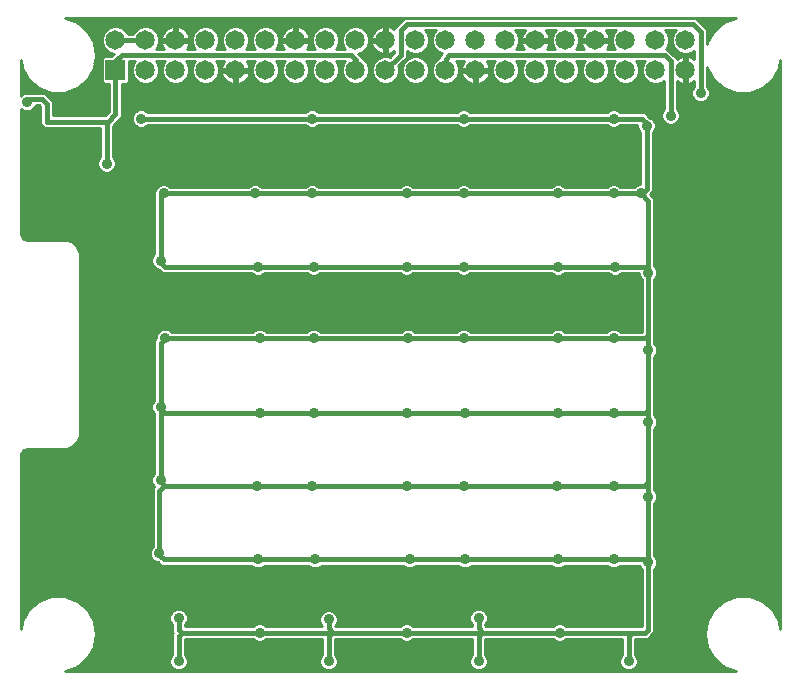
<source format=gbl>
G75*
%MOIN*%
%OFA0B0*%
%FSLAX24Y24*%
%IPPOS*%
%LPD*%
%AMOC8*
5,1,8,0,0,1.08239X$1,22.5*
%
%ADD10C,0.0650*%
%ADD11R,0.0650X0.0650*%
%ADD12C,0.0100*%
%ADD13C,0.0350*%
%ADD14C,0.0160*%
D10*
X004765Y020319D03*
X005765Y020319D03*
X006765Y020319D03*
X007765Y020319D03*
X008765Y020319D03*
X009765Y020319D03*
X010765Y020319D03*
X011765Y020319D03*
X012765Y020319D03*
X013765Y020319D03*
X014765Y020319D03*
X015765Y020319D03*
X016765Y020319D03*
X017765Y020319D03*
X018765Y020319D03*
X019765Y020319D03*
X020765Y020319D03*
X021765Y020319D03*
X022765Y020319D03*
X022765Y021319D03*
X021765Y021319D03*
X020765Y021319D03*
X019765Y021319D03*
X018765Y021319D03*
X017765Y021319D03*
X016765Y021319D03*
X015765Y021319D03*
X014765Y021319D03*
X013765Y021319D03*
X012765Y021319D03*
X011765Y021319D03*
X010765Y021319D03*
X009765Y021319D03*
X008765Y021319D03*
X007765Y021319D03*
X006765Y021319D03*
X005765Y021319D03*
X004765Y021319D03*
X003765Y021319D03*
D11*
X003765Y020319D03*
D12*
X000605Y007433D02*
X000605Y001684D01*
X000654Y001962D01*
X000875Y002345D01*
X001213Y002628D01*
X001627Y002779D01*
X002069Y002779D01*
X002483Y002628D01*
X002821Y002345D01*
X003042Y001962D01*
X003118Y001528D01*
X003042Y001093D01*
X002821Y000711D01*
X002483Y000428D01*
X002091Y000285D01*
X024439Y000285D01*
X024047Y000428D01*
X023709Y000711D01*
X023489Y001093D01*
X023412Y001528D01*
X023489Y001962D01*
X023709Y002345D01*
X024047Y002628D01*
X024462Y002779D01*
X024903Y002779D01*
X025318Y002628D01*
X025656Y002345D01*
X025876Y001962D01*
X025926Y001684D01*
X025926Y020663D01*
X025876Y020385D01*
X025656Y020003D01*
X025318Y019719D01*
X024903Y019568D01*
X024462Y019568D01*
X024047Y019719D01*
X023709Y020003D01*
X023489Y020385D01*
X023480Y020434D01*
X023480Y019771D01*
X023529Y019723D01*
X023575Y019611D01*
X023575Y019489D01*
X023529Y019377D01*
X023443Y019291D01*
X023331Y019245D01*
X023209Y019245D01*
X023097Y019291D01*
X023011Y019377D01*
X022965Y019489D01*
X022965Y019611D01*
X023011Y019723D01*
X023060Y019771D01*
X023060Y019946D01*
X023014Y019913D01*
X022948Y019879D01*
X022877Y019856D01*
X022815Y019846D01*
X022815Y020269D01*
X022715Y020269D01*
X022715Y019846D01*
X022654Y019856D01*
X022583Y019879D01*
X022516Y019913D01*
X022480Y019939D01*
X022480Y019021D01*
X022529Y018973D01*
X022575Y018861D01*
X022575Y018739D01*
X022529Y018627D01*
X022443Y018541D01*
X022331Y018495D01*
X022209Y018495D01*
X022097Y018541D01*
X022011Y018627D01*
X021965Y018739D01*
X021965Y018861D01*
X022011Y018973D01*
X022060Y019021D01*
X022060Y019971D01*
X022023Y019934D01*
X021856Y019864D01*
X021675Y019864D01*
X021508Y019934D01*
X021380Y020062D01*
X021310Y020229D01*
X021310Y020410D01*
X021380Y020577D01*
X021413Y020610D01*
X021118Y020610D01*
X021151Y020577D01*
X021220Y020410D01*
X021220Y020229D01*
X021151Y020062D01*
X021023Y019934D01*
X020856Y019864D01*
X020675Y019864D01*
X020508Y019934D01*
X020380Y020062D01*
X020310Y020229D01*
X020310Y020410D01*
X020380Y020577D01*
X020413Y020610D01*
X020118Y020610D01*
X020151Y020577D01*
X020220Y020410D01*
X020220Y020229D01*
X020151Y020062D01*
X020023Y019934D01*
X019856Y019864D01*
X019675Y019864D01*
X019508Y019934D01*
X019380Y020062D01*
X019310Y020229D01*
X019310Y020410D01*
X019380Y020577D01*
X019413Y020610D01*
X019118Y020610D01*
X019151Y020577D01*
X019220Y020410D01*
X019220Y020229D01*
X019151Y020062D01*
X019023Y019934D01*
X018856Y019864D01*
X018675Y019864D01*
X018508Y019934D01*
X018380Y020062D01*
X018310Y020229D01*
X018310Y020410D01*
X018380Y020577D01*
X018413Y020610D01*
X018118Y020610D01*
X018151Y020577D01*
X018220Y020410D01*
X018220Y020229D01*
X018151Y020062D01*
X018023Y019934D01*
X017856Y019864D01*
X017675Y019864D01*
X017508Y019934D01*
X017380Y020062D01*
X017310Y020229D01*
X017310Y020410D01*
X017380Y020577D01*
X017413Y020610D01*
X017118Y020610D01*
X017151Y020577D01*
X017220Y020410D01*
X017220Y020229D01*
X017151Y020062D01*
X017023Y019934D01*
X016856Y019864D01*
X016675Y019864D01*
X016508Y019934D01*
X016380Y020062D01*
X016310Y020229D01*
X016310Y020410D01*
X016380Y020577D01*
X016413Y020610D01*
X016141Y020610D01*
X016172Y020568D01*
X016205Y020502D01*
X016229Y020431D01*
X016238Y020369D01*
X015815Y020369D01*
X015815Y020269D01*
X015815Y019846D01*
X015877Y019856D01*
X015948Y019879D01*
X016014Y019913D01*
X016075Y019957D01*
X016128Y020010D01*
X016172Y020070D01*
X016205Y020137D01*
X016229Y020208D01*
X016238Y020269D01*
X015815Y020269D01*
X015715Y020269D01*
X015715Y019846D01*
X015654Y019856D01*
X015583Y019879D01*
X015516Y019913D01*
X015456Y019957D01*
X015403Y020010D01*
X015359Y020070D01*
X015325Y020137D01*
X015302Y020208D01*
X015292Y020269D01*
X015715Y020269D01*
X015715Y020369D01*
X015292Y020369D01*
X015302Y020431D01*
X015325Y020502D01*
X015359Y020568D01*
X015389Y020610D01*
X015118Y020610D01*
X015151Y020577D01*
X015220Y020410D01*
X015220Y020229D01*
X015151Y020062D01*
X015023Y019934D01*
X014856Y019864D01*
X014675Y019864D01*
X014508Y019934D01*
X014380Y020062D01*
X014310Y020229D01*
X014310Y020410D01*
X014380Y020577D01*
X014508Y020705D01*
X014557Y020725D01*
X014553Y020768D01*
X014560Y020776D01*
X014560Y020787D01*
X014615Y020842D01*
X014644Y020877D01*
X014508Y020934D01*
X014023Y020934D01*
X014151Y021062D01*
X014220Y021229D01*
X014310Y021229D01*
X014380Y021062D01*
X014508Y020934D01*
X014409Y021032D02*
X014122Y021032D01*
X014180Y021131D02*
X014351Y021131D01*
X014310Y021229D02*
X014310Y021410D01*
X014380Y021577D01*
X014443Y021640D01*
X014088Y021640D01*
X014151Y021577D01*
X014220Y021410D01*
X014220Y021229D01*
X014220Y021328D02*
X014310Y021328D01*
X014317Y021426D02*
X014214Y021426D01*
X014173Y021525D02*
X014358Y021525D01*
X014426Y021623D02*
X014105Y021623D01*
X013383Y022060D02*
X013260Y021937D01*
X013060Y021737D01*
X013060Y021692D01*
X013014Y021726D01*
X012948Y021759D01*
X012877Y021783D01*
X012815Y021792D01*
X012815Y021369D01*
X012715Y021369D01*
X012715Y021269D01*
X012815Y021269D01*
X012815Y020846D01*
X012877Y020856D01*
X012948Y020879D01*
X013014Y020913D01*
X013060Y020946D01*
X013060Y020911D01*
X012904Y020755D01*
X012856Y020774D01*
X012675Y020774D01*
X012508Y020705D01*
X012380Y020577D01*
X012310Y020410D01*
X012310Y020229D01*
X012380Y020062D01*
X012508Y019934D01*
X012675Y019864D01*
X012856Y019864D01*
X013023Y019934D01*
X013151Y020062D01*
X013220Y020229D01*
X013220Y020410D01*
X013201Y020458D01*
X013357Y020614D01*
X013480Y020737D01*
X013480Y020961D01*
X013508Y020934D01*
X013480Y020934D01*
X013508Y020934D02*
X013675Y020864D01*
X013856Y020864D01*
X014023Y020934D01*
X013947Y020737D02*
X014556Y020737D01*
X014608Y020835D02*
X013480Y020835D01*
X013480Y020737D02*
X013584Y020737D01*
X013508Y020705D02*
X013380Y020577D01*
X013310Y020410D01*
X013310Y020229D01*
X013380Y020062D01*
X013508Y019934D01*
X013675Y019864D01*
X013856Y019864D01*
X014023Y019934D01*
X014151Y020062D01*
X014220Y020229D01*
X014220Y020410D01*
X014151Y020577D01*
X014023Y020705D01*
X013856Y020774D01*
X013675Y020774D01*
X013508Y020705D01*
X013441Y020638D02*
X013381Y020638D01*
X013364Y020540D02*
X013283Y020540D01*
X013323Y020441D02*
X013207Y020441D01*
X013220Y020343D02*
X013310Y020343D01*
X013310Y020244D02*
X013220Y020244D01*
X013186Y020146D02*
X013345Y020146D01*
X013394Y020047D02*
X013137Y020047D01*
X013038Y019949D02*
X013493Y019949D01*
X014038Y019949D02*
X014493Y019949D01*
X014394Y020047D02*
X014137Y020047D01*
X014186Y020146D02*
X014345Y020146D01*
X014310Y020244D02*
X014220Y020244D01*
X014220Y020343D02*
X014310Y020343D01*
X014323Y020441D02*
X014207Y020441D01*
X014167Y020540D02*
X014364Y020540D01*
X014441Y020638D02*
X014090Y020638D01*
X013060Y020934D02*
X013042Y020934D01*
X012984Y020835D02*
X011902Y020835D01*
X011868Y020869D02*
X012023Y020934D01*
X012151Y021062D01*
X012220Y021229D01*
X012299Y021229D01*
X012302Y021208D02*
X012325Y021137D01*
X012359Y021070D01*
X012403Y021010D01*
X012456Y020957D01*
X012516Y020913D01*
X012583Y020879D01*
X012654Y020856D01*
X012715Y020846D01*
X012715Y021269D01*
X012292Y021269D01*
X012302Y021208D01*
X012328Y021131D02*
X012180Y021131D01*
X012220Y021229D02*
X012220Y021410D01*
X012151Y021577D01*
X012023Y021705D01*
X011856Y021774D01*
X011675Y021774D01*
X011508Y021705D01*
X011380Y021577D01*
X011310Y021410D01*
X011310Y021229D01*
X011220Y021229D01*
X011220Y021410D01*
X011151Y021577D01*
X011023Y021705D01*
X010856Y021774D01*
X010675Y021774D01*
X010508Y021705D01*
X010380Y021577D01*
X010310Y021410D01*
X010310Y021229D01*
X010232Y021229D01*
X010229Y021208D02*
X010238Y021269D01*
X009815Y021269D01*
X009815Y021369D01*
X009715Y021369D01*
X009715Y021269D01*
X009292Y021269D01*
X009302Y021208D01*
X009325Y021137D01*
X009359Y021070D01*
X009388Y021030D01*
X009119Y021030D01*
X009151Y021062D01*
X009220Y021229D01*
X009299Y021229D01*
X009220Y021229D02*
X009220Y021410D01*
X009151Y021577D01*
X009023Y021705D01*
X008856Y021774D01*
X008675Y021774D01*
X008508Y021705D01*
X008380Y021577D01*
X008310Y021410D01*
X008310Y021229D01*
X008220Y021229D01*
X008220Y021410D01*
X008151Y021577D01*
X008023Y021705D01*
X007856Y021774D01*
X007675Y021774D01*
X007508Y021705D01*
X007380Y021577D01*
X007310Y021410D01*
X007310Y021229D01*
X007220Y021229D01*
X007220Y021410D01*
X007151Y021577D01*
X007023Y021705D01*
X006856Y021774D01*
X006675Y021774D01*
X006508Y021705D01*
X006380Y021577D01*
X006310Y021410D01*
X006310Y021229D01*
X006232Y021229D01*
X006229Y021208D02*
X006238Y021269D01*
X005815Y021269D01*
X005815Y021369D01*
X005715Y021369D01*
X005715Y021269D01*
X005292Y021269D01*
X005302Y021208D01*
X005325Y021137D01*
X005359Y021070D01*
X005388Y021030D01*
X005119Y021030D01*
X005151Y021062D01*
X005220Y021229D01*
X005299Y021229D01*
X005220Y021229D02*
X005220Y021410D01*
X005151Y021577D01*
X005023Y021705D01*
X004856Y021774D01*
X004675Y021774D01*
X004508Y021705D01*
X004380Y021577D01*
X004360Y021529D01*
X004171Y021529D01*
X004151Y021577D01*
X004023Y021705D01*
X003856Y021774D01*
X003675Y021774D01*
X003508Y021705D01*
X003380Y021577D01*
X003310Y021410D01*
X003310Y021229D01*
X003046Y021229D01*
X003042Y021254D02*
X003118Y020819D01*
X003042Y020385D01*
X002821Y020003D01*
X002483Y019719D01*
X002069Y019568D01*
X001627Y019568D01*
X001213Y019719D01*
X000875Y020003D01*
X000654Y020385D01*
X000605Y020663D01*
X000605Y019466D01*
X000647Y019509D01*
X000759Y019555D01*
X000828Y019555D01*
X000833Y019560D01*
X001407Y019560D01*
X001557Y019410D01*
X001680Y019287D01*
X001680Y018810D01*
X003433Y018810D01*
X003555Y018932D01*
X003555Y019864D01*
X003386Y019864D01*
X003310Y019940D01*
X003310Y020698D01*
X003386Y020774D01*
X003627Y020774D01*
X003717Y020864D01*
X003675Y020864D01*
X003508Y020934D01*
X003098Y020934D01*
X003081Y021032D02*
X003409Y021032D01*
X003380Y021062D02*
X003508Y020934D01*
X003380Y021062D02*
X003310Y021229D01*
X003310Y021328D02*
X002999Y021328D01*
X003042Y021254D02*
X002821Y021636D01*
X002483Y021920D01*
X002091Y022062D01*
X024439Y022062D01*
X024047Y021920D01*
X023709Y021636D01*
X023489Y021254D01*
X023480Y021204D01*
X023480Y021687D01*
X023357Y021810D01*
X023107Y022060D01*
X013383Y022060D01*
X013340Y022017D02*
X002215Y022017D01*
X002484Y021919D02*
X013242Y021919D01*
X013143Y021820D02*
X002602Y021820D01*
X002719Y021722D02*
X003547Y021722D01*
X003426Y021623D02*
X002829Y021623D01*
X002885Y021525D02*
X003358Y021525D01*
X003317Y021426D02*
X002942Y021426D01*
X003064Y021131D02*
X003351Y021131D01*
X003116Y020835D02*
X003688Y020835D01*
X003349Y020737D02*
X003104Y020737D01*
X003086Y020638D02*
X003310Y020638D01*
X003310Y020540D02*
X003069Y020540D01*
X003052Y020441D02*
X003310Y020441D01*
X003310Y020343D02*
X003017Y020343D01*
X002961Y020244D02*
X003310Y020244D01*
X003310Y020146D02*
X002904Y020146D01*
X002847Y020047D02*
X003310Y020047D01*
X003310Y019949D02*
X002757Y019949D01*
X002639Y019850D02*
X003555Y019850D01*
X003555Y019752D02*
X002522Y019752D01*
X002302Y019653D02*
X003555Y019653D01*
X003555Y019555D02*
X001412Y019555D01*
X001394Y019653D02*
X000605Y019653D01*
X000605Y019555D02*
X000758Y019555D01*
X000605Y019752D02*
X001174Y019752D01*
X001057Y019850D02*
X000605Y019850D01*
X000605Y019949D02*
X000939Y019949D01*
X000849Y020047D02*
X000605Y020047D01*
X000605Y020146D02*
X000792Y020146D01*
X000735Y020244D02*
X000605Y020244D01*
X000605Y020343D02*
X000678Y020343D01*
X000644Y020441D02*
X000605Y020441D01*
X000605Y020540D02*
X000627Y020540D01*
X000609Y020638D02*
X000605Y020638D01*
X001511Y019456D02*
X003555Y019456D01*
X003555Y019358D02*
X001609Y019358D01*
X001680Y019259D02*
X003555Y019259D01*
X003555Y019161D02*
X001680Y019161D01*
X001680Y019062D02*
X003555Y019062D01*
X003555Y018964D02*
X001680Y018964D01*
X001680Y018865D02*
X003488Y018865D01*
X003787Y018570D02*
X004344Y018570D01*
X004361Y018527D02*
X004315Y018639D01*
X004315Y018761D01*
X004361Y018873D01*
X004447Y018959D01*
X004559Y019005D01*
X004681Y019005D01*
X004793Y018959D01*
X004841Y018910D01*
X010099Y018910D01*
X010147Y018959D01*
X010259Y019005D01*
X010381Y019005D01*
X010493Y018959D01*
X010541Y018910D01*
X015149Y018910D01*
X015197Y018959D01*
X015309Y019005D01*
X015431Y019005D01*
X015543Y018959D01*
X015591Y018910D01*
X020149Y018910D01*
X020197Y018959D01*
X020309Y019005D01*
X020431Y019005D01*
X020543Y018959D01*
X020591Y018910D01*
X021407Y018910D01*
X021530Y018787D01*
X021530Y018787D01*
X021557Y018760D01*
X021584Y018733D01*
X021643Y018709D01*
X021729Y018623D01*
X021775Y018511D01*
X021775Y018389D01*
X021729Y018277D01*
X021680Y018229D01*
X021680Y016273D01*
X021592Y016185D01*
X021730Y016047D01*
X021730Y013791D01*
X021779Y013743D01*
X021825Y013631D01*
X021825Y013509D01*
X021779Y013397D01*
X021730Y013349D01*
X021730Y011201D01*
X021779Y011153D01*
X021825Y011041D01*
X021825Y010919D01*
X021779Y010807D01*
X021730Y010759D01*
X021730Y009061D01*
X021734Y009056D01*
X021730Y008974D01*
X021730Y008811D01*
X021779Y008763D01*
X021825Y008651D01*
X021825Y008529D01*
X021779Y008417D01*
X021730Y008369D01*
X021730Y006321D01*
X021779Y006273D01*
X021825Y006161D01*
X021825Y006039D01*
X021779Y005927D01*
X021730Y005879D01*
X021730Y004131D01*
X021779Y004083D01*
X021825Y003971D01*
X021825Y003849D01*
X021779Y003737D01*
X021730Y003689D01*
X021730Y001583D01*
X021630Y001483D01*
X021630Y001483D01*
X021507Y001360D01*
X021080Y001360D01*
X021080Y000831D01*
X021129Y000783D01*
X021175Y000671D01*
X021175Y000549D01*
X021129Y000437D01*
X021043Y000351D01*
X020931Y000305D01*
X020809Y000305D01*
X020697Y000351D01*
X020611Y000437D01*
X020565Y000549D01*
X020565Y000671D01*
X020611Y000783D01*
X020660Y000831D01*
X020660Y001360D01*
X018791Y001360D01*
X018743Y001311D01*
X018631Y001265D01*
X018509Y001265D01*
X018397Y001311D01*
X018349Y001360D01*
X016080Y001360D01*
X016080Y000831D01*
X016129Y000783D01*
X016175Y000671D01*
X016175Y000549D01*
X016129Y000437D01*
X016043Y000351D01*
X015931Y000305D01*
X015809Y000305D01*
X015697Y000351D01*
X015611Y000437D01*
X015565Y000549D01*
X015565Y000671D01*
X015611Y000783D01*
X015660Y000831D01*
X015660Y001360D01*
X013691Y001360D01*
X013643Y001311D01*
X013531Y001265D01*
X013409Y001265D01*
X013297Y001311D01*
X013249Y001360D01*
X011080Y001360D01*
X011080Y000831D01*
X011129Y000783D01*
X011175Y000671D01*
X011175Y000549D01*
X011129Y000437D01*
X011043Y000351D01*
X010931Y000305D01*
X010809Y000305D01*
X010697Y000351D01*
X010611Y000437D01*
X010565Y000549D01*
X010565Y000671D01*
X010611Y000783D01*
X010660Y000831D01*
X010660Y001360D01*
X008791Y001360D01*
X008743Y001311D01*
X008631Y001265D01*
X008509Y001265D01*
X008397Y001311D01*
X008349Y001360D01*
X006080Y001360D01*
X006080Y000831D01*
X006129Y000783D01*
X006175Y000671D01*
X006175Y000549D01*
X006129Y000437D01*
X006043Y000351D01*
X005931Y000305D01*
X005809Y000305D01*
X005697Y000351D01*
X005611Y000437D01*
X005565Y000549D01*
X005565Y000671D01*
X005611Y000783D01*
X005660Y000831D01*
X005660Y001557D01*
X005673Y001570D01*
X005660Y001583D01*
X005660Y001839D01*
X005611Y001887D01*
X005565Y001999D01*
X005565Y002121D01*
X005611Y002233D01*
X005697Y002319D01*
X005809Y002365D01*
X005931Y002365D01*
X006043Y002319D01*
X006129Y002233D01*
X006175Y002121D01*
X006175Y001999D01*
X006129Y001887D01*
X006080Y001839D01*
X006080Y001780D01*
X008349Y001780D01*
X008397Y001829D01*
X008509Y001875D01*
X008631Y001875D01*
X008743Y001829D01*
X008791Y001780D01*
X010660Y001780D01*
X010660Y001789D01*
X010611Y001837D01*
X010565Y001949D01*
X010565Y002071D01*
X010611Y002183D01*
X010697Y002269D01*
X010809Y002315D01*
X010931Y002315D01*
X011043Y002269D01*
X011129Y002183D01*
X011175Y002071D01*
X011175Y001949D01*
X011129Y001837D01*
X011089Y001798D01*
X011107Y001780D01*
X013249Y001780D01*
X013297Y001829D01*
X013409Y001875D01*
X013531Y001875D01*
X013643Y001829D01*
X013691Y001780D01*
X015660Y001780D01*
X015660Y001839D01*
X015611Y001887D01*
X015565Y001999D01*
X015565Y002121D01*
X015611Y002233D01*
X015697Y002319D01*
X015809Y002365D01*
X015931Y002365D01*
X016043Y002319D01*
X016129Y002233D01*
X016175Y002121D01*
X016175Y001999D01*
X016129Y001887D01*
X016080Y001839D01*
X016080Y001807D01*
X016107Y001780D01*
X018349Y001780D01*
X018397Y001829D01*
X018509Y001875D01*
X018631Y001875D01*
X018743Y001829D01*
X018791Y001780D01*
X021310Y001780D01*
X021310Y003689D01*
X021261Y003737D01*
X021235Y003800D01*
X020591Y003800D01*
X020543Y003751D01*
X020431Y003705D01*
X020309Y003705D01*
X020197Y003751D01*
X020149Y003800D01*
X018741Y003800D01*
X018693Y003751D01*
X018581Y003705D01*
X018459Y003705D01*
X018347Y003751D01*
X018299Y003800D01*
X015641Y003800D01*
X015593Y003751D01*
X015481Y003705D01*
X015359Y003705D01*
X015247Y003751D01*
X015199Y003800D01*
X013791Y003800D01*
X013743Y003751D01*
X013631Y003705D01*
X013509Y003705D01*
X013397Y003751D01*
X013349Y003800D01*
X010641Y003800D01*
X010593Y003751D01*
X010481Y003705D01*
X010359Y003705D01*
X010247Y003751D01*
X010199Y003800D01*
X008741Y003800D01*
X008693Y003751D01*
X008581Y003705D01*
X008459Y003705D01*
X008347Y003751D01*
X008299Y003800D01*
X005283Y003800D01*
X005178Y003905D01*
X005159Y003905D01*
X005047Y003951D01*
X004961Y004037D01*
X004915Y004149D01*
X004915Y004271D01*
X004961Y004383D01*
X005010Y004431D01*
X005010Y006387D01*
X005056Y006433D01*
X005011Y006477D01*
X004965Y006589D01*
X004965Y006711D01*
X005011Y006823D01*
X005060Y006871D01*
X005060Y008859D01*
X005011Y008907D01*
X004965Y009019D01*
X004965Y009141D01*
X005011Y009253D01*
X005060Y009301D01*
X005060Y011317D01*
X005115Y011372D01*
X005115Y011441D01*
X005161Y011553D01*
X005247Y011639D01*
X005359Y011685D01*
X005481Y011685D01*
X005593Y011639D01*
X005641Y011590D01*
X008349Y011590D01*
X008397Y011639D01*
X008509Y011685D01*
X008631Y011685D01*
X008743Y011639D01*
X008791Y011590D01*
X010149Y011590D01*
X010197Y011639D01*
X010309Y011685D01*
X010431Y011685D01*
X010543Y011639D01*
X010591Y011590D01*
X013299Y011590D01*
X013347Y011639D01*
X013459Y011685D01*
X013581Y011685D01*
X013693Y011639D01*
X013741Y011590D01*
X015149Y011590D01*
X015197Y011639D01*
X015309Y011685D01*
X015431Y011685D01*
X015543Y011639D01*
X015591Y011590D01*
X018299Y011590D01*
X018347Y011639D01*
X018459Y011685D01*
X018581Y011685D01*
X018693Y011639D01*
X018741Y011590D01*
X020149Y011590D01*
X020197Y011639D01*
X020309Y011685D01*
X020431Y011685D01*
X020543Y011639D01*
X020591Y011590D01*
X021310Y011590D01*
X021310Y013349D01*
X021261Y013397D01*
X021215Y013509D01*
X021215Y013560D01*
X020641Y013560D01*
X020593Y013511D01*
X020481Y013465D01*
X020359Y013465D01*
X020247Y013511D01*
X020199Y013560D01*
X018741Y013560D01*
X018693Y013511D01*
X018581Y013465D01*
X018459Y013465D01*
X018347Y013511D01*
X018299Y013560D01*
X015591Y013560D01*
X015543Y013511D01*
X015431Y013465D01*
X015309Y013465D01*
X015197Y013511D01*
X015149Y013560D01*
X013691Y013560D01*
X013643Y013511D01*
X013531Y013465D01*
X013409Y013465D01*
X013297Y013511D01*
X013249Y013560D01*
X010591Y013560D01*
X010543Y013511D01*
X010431Y013465D01*
X010309Y013465D01*
X010197Y013511D01*
X010149Y013560D01*
X008741Y013560D01*
X008693Y013511D01*
X008581Y013465D01*
X008459Y013465D01*
X008347Y013511D01*
X008299Y013560D01*
X005333Y013560D01*
X005228Y013665D01*
X005209Y013665D01*
X005097Y013711D01*
X005011Y013797D01*
X004965Y013909D01*
X004965Y014031D01*
X005011Y014143D01*
X005060Y014191D01*
X005060Y016197D01*
X005065Y016202D01*
X005065Y016271D01*
X005111Y016383D01*
X005197Y016469D01*
X005309Y016515D01*
X005431Y016515D01*
X005543Y016469D01*
X005591Y016420D01*
X008199Y016420D01*
X008247Y016469D01*
X008359Y016515D01*
X008481Y016515D01*
X008593Y016469D01*
X008641Y016420D01*
X010099Y016420D01*
X010147Y016469D01*
X010259Y016515D01*
X010381Y016515D01*
X010493Y016469D01*
X010541Y016420D01*
X013249Y016420D01*
X013297Y016469D01*
X013409Y016515D01*
X013531Y016515D01*
X013643Y016469D01*
X013691Y016420D01*
X015149Y016420D01*
X015197Y016469D01*
X015309Y016515D01*
X015431Y016515D01*
X015543Y016469D01*
X015591Y016420D01*
X018299Y016420D01*
X018347Y016469D01*
X018459Y016515D01*
X018581Y016515D01*
X018693Y016469D01*
X018741Y016420D01*
X020149Y016420D01*
X020197Y016469D01*
X020309Y016515D01*
X020431Y016515D01*
X020543Y016469D01*
X020591Y016420D01*
X021049Y016420D01*
X021097Y016469D01*
X021209Y016515D01*
X021260Y016515D01*
X021260Y018229D01*
X021211Y018277D01*
X021165Y018389D01*
X021165Y018490D01*
X020591Y018490D01*
X020543Y018441D01*
X020431Y018395D01*
X020309Y018395D01*
X020197Y018441D01*
X020149Y018490D01*
X015591Y018490D01*
X015543Y018441D01*
X015431Y018395D01*
X015309Y018395D01*
X015197Y018441D01*
X015149Y018490D01*
X010541Y018490D01*
X010493Y018441D01*
X010381Y018395D01*
X010259Y018395D01*
X010147Y018441D01*
X010099Y018490D01*
X004841Y018490D01*
X004793Y018441D01*
X004681Y018395D01*
X004559Y018395D01*
X004447Y018441D01*
X004361Y018527D01*
X004418Y018471D02*
X003688Y018471D01*
X003680Y018463D02*
X003852Y018635D01*
X003975Y018758D01*
X003975Y019864D01*
X004144Y019864D01*
X004220Y019940D01*
X004220Y020610D01*
X004413Y020610D01*
X004380Y020577D01*
X004310Y020410D01*
X004310Y020229D01*
X004380Y020062D01*
X004508Y019934D01*
X004675Y019864D01*
X004856Y019864D01*
X005023Y019934D01*
X005151Y020062D01*
X005220Y020229D01*
X005220Y020410D01*
X005151Y020577D01*
X005118Y020610D01*
X005413Y020610D01*
X005380Y020577D01*
X005310Y020410D01*
X005310Y020229D01*
X005380Y020062D01*
X005508Y019934D01*
X005675Y019864D01*
X005856Y019864D01*
X006023Y019934D01*
X006151Y020062D01*
X006220Y020229D01*
X006220Y020410D01*
X006151Y020577D01*
X006118Y020610D01*
X006413Y020610D01*
X006380Y020577D01*
X006310Y020410D01*
X006310Y020229D01*
X006380Y020062D01*
X006508Y019934D01*
X006675Y019864D01*
X006856Y019864D01*
X007023Y019934D01*
X007151Y020062D01*
X007220Y020229D01*
X007220Y020410D01*
X007151Y020577D01*
X007118Y020610D01*
X007389Y020610D01*
X007359Y020568D01*
X007325Y020502D01*
X007302Y020431D01*
X007292Y020369D01*
X007715Y020369D01*
X007715Y020269D01*
X007815Y020269D01*
X007815Y019846D01*
X007877Y019856D01*
X007948Y019879D01*
X008014Y019913D01*
X008075Y019957D01*
X008128Y020010D01*
X008172Y020070D01*
X008205Y020137D01*
X008229Y020208D01*
X008238Y020269D01*
X007815Y020269D01*
X007815Y020369D01*
X008238Y020369D01*
X008229Y020431D01*
X008205Y020502D01*
X008172Y020568D01*
X008141Y020610D01*
X008413Y020610D01*
X008380Y020577D01*
X008310Y020410D01*
X008310Y020229D01*
X008380Y020062D01*
X008508Y019934D01*
X008675Y019864D01*
X008856Y019864D01*
X009023Y019934D01*
X009151Y020062D01*
X009220Y020229D01*
X009220Y020410D01*
X009151Y020577D01*
X009118Y020610D01*
X009413Y020610D01*
X009380Y020577D01*
X009310Y020410D01*
X009310Y020229D01*
X009380Y020062D01*
X009508Y019934D01*
X009675Y019864D01*
X009856Y019864D01*
X010023Y019934D01*
X010151Y020062D01*
X010220Y020229D01*
X010220Y020410D01*
X010151Y020577D01*
X010118Y020610D01*
X010413Y020610D01*
X010380Y020577D01*
X010310Y020410D01*
X010310Y020229D01*
X010380Y020062D01*
X010508Y019934D01*
X010675Y019864D01*
X010856Y019864D01*
X011023Y019934D01*
X011151Y020062D01*
X011220Y020229D01*
X011220Y020410D01*
X011151Y020577D01*
X011118Y020610D01*
X011413Y020610D01*
X011380Y020577D01*
X011310Y020410D01*
X011310Y020229D01*
X011380Y020062D01*
X011508Y019934D01*
X011675Y019864D01*
X011856Y019864D01*
X012023Y019934D01*
X012151Y020062D01*
X012220Y020229D01*
X012220Y020410D01*
X012151Y020577D01*
X012023Y020705D01*
X011980Y020723D01*
X011980Y020757D01*
X011868Y020869D01*
X012023Y020934D02*
X012488Y020934D01*
X012387Y021032D02*
X012122Y021032D01*
X012220Y021328D02*
X012715Y021328D01*
X012715Y021369D02*
X012292Y021369D01*
X012302Y021431D01*
X012325Y021502D01*
X012359Y021568D01*
X012403Y021629D01*
X012456Y021682D01*
X012516Y021726D01*
X012583Y021759D01*
X012654Y021783D01*
X012715Y021792D01*
X012715Y021369D01*
X012715Y021426D02*
X012815Y021426D01*
X012815Y021525D02*
X012715Y021525D01*
X012715Y021623D02*
X012815Y021623D01*
X012815Y021722D02*
X012715Y021722D01*
X012511Y021722D02*
X011983Y021722D01*
X012105Y021623D02*
X012399Y021623D01*
X012337Y021525D02*
X012173Y021525D01*
X012214Y021426D02*
X012301Y021426D01*
X012715Y021229D02*
X012815Y021229D01*
X012815Y021131D02*
X012715Y021131D01*
X012715Y021032D02*
X012815Y021032D01*
X012815Y020934D02*
X012715Y020934D01*
X012584Y020737D02*
X011980Y020737D01*
X012090Y020638D02*
X012441Y020638D01*
X012364Y020540D02*
X012167Y020540D01*
X012207Y020441D02*
X012323Y020441D01*
X012310Y020343D02*
X012220Y020343D01*
X012220Y020244D02*
X012310Y020244D01*
X012345Y020146D02*
X012186Y020146D01*
X012137Y020047D02*
X012394Y020047D01*
X012493Y019949D02*
X012038Y019949D01*
X011493Y019949D02*
X011038Y019949D01*
X011137Y020047D02*
X011394Y020047D01*
X011345Y020146D02*
X011186Y020146D01*
X011220Y020244D02*
X011310Y020244D01*
X011310Y020343D02*
X011220Y020343D01*
X011207Y020441D02*
X011323Y020441D01*
X011364Y020540D02*
X011167Y020540D01*
X010493Y019949D02*
X010038Y019949D01*
X010137Y020047D02*
X010394Y020047D01*
X010345Y020146D02*
X010186Y020146D01*
X010220Y020244D02*
X010310Y020244D01*
X010310Y020343D02*
X010220Y020343D01*
X010207Y020441D02*
X010323Y020441D01*
X010364Y020540D02*
X010167Y020540D01*
X009493Y019949D02*
X009038Y019949D01*
X009137Y020047D02*
X009394Y020047D01*
X009345Y020146D02*
X009186Y020146D01*
X009220Y020244D02*
X009310Y020244D01*
X009310Y020343D02*
X009220Y020343D01*
X009207Y020441D02*
X009323Y020441D01*
X009364Y020540D02*
X009167Y020540D01*
X008493Y019949D02*
X008063Y019949D01*
X008155Y020047D02*
X008394Y020047D01*
X008345Y020146D02*
X008208Y020146D01*
X008234Y020244D02*
X008310Y020244D01*
X008310Y020343D02*
X007815Y020343D01*
X007815Y020244D02*
X007715Y020244D01*
X007715Y020269D02*
X007715Y019846D01*
X007654Y019856D01*
X007583Y019879D01*
X007516Y019913D01*
X007456Y019957D01*
X007403Y020010D01*
X007359Y020070D01*
X007325Y020137D01*
X007302Y020208D01*
X007292Y020269D01*
X007715Y020269D01*
X007715Y020343D02*
X007220Y020343D01*
X007207Y020441D02*
X007305Y020441D01*
X007344Y020540D02*
X007167Y020540D01*
X007220Y020244D02*
X007296Y020244D01*
X007322Y020146D02*
X007186Y020146D01*
X007137Y020047D02*
X007376Y020047D01*
X007467Y019949D02*
X007038Y019949D01*
X006493Y019949D02*
X006038Y019949D01*
X006137Y020047D02*
X006394Y020047D01*
X006345Y020146D02*
X006186Y020146D01*
X006220Y020244D02*
X006310Y020244D01*
X006310Y020343D02*
X006220Y020343D01*
X006207Y020441D02*
X006323Y020441D01*
X006364Y020540D02*
X006167Y020540D01*
X006142Y021030D02*
X006172Y021070D01*
X006205Y021137D01*
X006229Y021208D01*
X006202Y021131D02*
X006351Y021131D01*
X006380Y021062D02*
X006411Y021030D01*
X006142Y021030D01*
X006144Y021032D02*
X006409Y021032D01*
X006380Y021062D02*
X006310Y021229D01*
X006310Y021328D02*
X005815Y021328D01*
X005815Y021369D02*
X006238Y021369D01*
X006229Y021431D01*
X006205Y021502D01*
X006172Y021568D01*
X006128Y021629D01*
X006075Y021682D01*
X006014Y021726D01*
X005948Y021759D01*
X005877Y021783D01*
X005815Y021792D01*
X005815Y021369D01*
X005815Y021426D02*
X005715Y021426D01*
X005715Y021369D02*
X005715Y021792D01*
X005654Y021783D01*
X005583Y021759D01*
X005516Y021726D01*
X005456Y021682D01*
X005403Y021629D01*
X005359Y021568D01*
X005325Y021502D01*
X005302Y021431D01*
X005292Y021369D01*
X005715Y021369D01*
X005715Y021328D02*
X005220Y021328D01*
X005214Y021426D02*
X005301Y021426D01*
X005337Y021525D02*
X005173Y021525D01*
X005105Y021623D02*
X005399Y021623D01*
X005511Y021722D02*
X004983Y021722D01*
X004547Y021722D02*
X003983Y021722D01*
X004105Y021623D02*
X004426Y021623D01*
X005180Y021131D02*
X005328Y021131D01*
X005387Y021032D02*
X005122Y021032D01*
X005715Y021525D02*
X005815Y021525D01*
X005815Y021623D02*
X005715Y021623D01*
X005715Y021722D02*
X005815Y021722D01*
X006020Y021722D02*
X006547Y021722D01*
X006426Y021623D02*
X006132Y021623D01*
X006194Y021525D02*
X006358Y021525D01*
X006317Y021426D02*
X006229Y021426D01*
X006983Y021722D02*
X007547Y021722D01*
X007426Y021623D02*
X007105Y021623D01*
X007173Y021525D02*
X007358Y021525D01*
X007317Y021426D02*
X007214Y021426D01*
X007220Y021328D02*
X007310Y021328D01*
X007310Y021229D02*
X007380Y021062D01*
X007411Y021030D01*
X007119Y021030D01*
X007151Y021062D01*
X007220Y021229D01*
X007180Y021131D02*
X007351Y021131D01*
X007409Y021032D02*
X007122Y021032D01*
X008119Y021030D02*
X008151Y021062D01*
X008220Y021229D01*
X008310Y021229D02*
X008380Y021062D01*
X008411Y021030D01*
X008119Y021030D01*
X008122Y021032D02*
X008409Y021032D01*
X008351Y021131D02*
X008180Y021131D01*
X008220Y021328D02*
X008310Y021328D01*
X008317Y021426D02*
X008214Y021426D01*
X008173Y021525D02*
X008358Y021525D01*
X008426Y021623D02*
X008105Y021623D01*
X007983Y021722D02*
X008547Y021722D01*
X008983Y021722D02*
X009511Y021722D01*
X009516Y021726D02*
X009456Y021682D01*
X009403Y021629D01*
X009359Y021568D01*
X009325Y021502D01*
X009302Y021431D01*
X009292Y021369D01*
X009715Y021369D01*
X009715Y021792D01*
X009654Y021783D01*
X009583Y021759D01*
X009516Y021726D01*
X009399Y021623D02*
X009105Y021623D01*
X009173Y021525D02*
X009337Y021525D01*
X009301Y021426D02*
X009214Y021426D01*
X009220Y021328D02*
X009715Y021328D01*
X009715Y021426D02*
X009815Y021426D01*
X009815Y021369D02*
X009815Y021792D01*
X009877Y021783D01*
X009948Y021759D01*
X010014Y021726D01*
X010075Y021682D01*
X010128Y021629D01*
X010172Y021568D01*
X010205Y021502D01*
X010229Y021431D01*
X010238Y021369D01*
X009815Y021369D01*
X009815Y021328D02*
X010310Y021328D01*
X010317Y021426D02*
X010229Y021426D01*
X010194Y021525D02*
X010358Y021525D01*
X010426Y021623D02*
X010132Y021623D01*
X010020Y021722D02*
X010547Y021722D01*
X010983Y021722D02*
X011547Y021722D01*
X011426Y021623D02*
X011105Y021623D01*
X011173Y021525D02*
X011358Y021525D01*
X011317Y021426D02*
X011214Y021426D01*
X011220Y021328D02*
X011310Y021328D01*
X011310Y021229D02*
X011380Y021062D01*
X011411Y021030D01*
X011119Y021030D01*
X011151Y021062D01*
X011220Y021229D01*
X011180Y021131D02*
X011351Y021131D01*
X011409Y021032D02*
X011122Y021032D01*
X010411Y021030D02*
X010142Y021030D01*
X010172Y021070D01*
X010205Y021137D01*
X010229Y021208D01*
X010202Y021131D02*
X010351Y021131D01*
X010380Y021062D02*
X010411Y021030D01*
X010409Y021032D02*
X010144Y021032D01*
X010380Y021062D02*
X010310Y021229D01*
X009815Y021525D02*
X009715Y021525D01*
X009715Y021623D02*
X009815Y021623D01*
X009815Y021722D02*
X009715Y021722D01*
X009328Y021131D02*
X009180Y021131D01*
X009122Y021032D02*
X009387Y021032D01*
X008364Y020540D02*
X008186Y020540D01*
X008225Y020441D02*
X008323Y020441D01*
X007815Y020146D02*
X007715Y020146D01*
X007715Y020047D02*
X007815Y020047D01*
X007815Y019949D02*
X007715Y019949D01*
X007715Y019850D02*
X007815Y019850D01*
X007839Y019850D02*
X015692Y019850D01*
X015715Y019850D02*
X015815Y019850D01*
X015839Y019850D02*
X022060Y019850D01*
X022060Y019752D02*
X003975Y019752D01*
X003975Y019850D02*
X007692Y019850D01*
X005493Y019949D02*
X005038Y019949D01*
X005137Y020047D02*
X005394Y020047D01*
X005345Y020146D02*
X005186Y020146D01*
X005220Y020244D02*
X005310Y020244D01*
X005310Y020343D02*
X005220Y020343D01*
X005207Y020441D02*
X005323Y020441D01*
X005364Y020540D02*
X005167Y020540D01*
X004493Y019949D02*
X004220Y019949D01*
X004220Y020047D02*
X004394Y020047D01*
X004345Y020146D02*
X004220Y020146D01*
X004220Y020244D02*
X004310Y020244D01*
X004310Y020343D02*
X004220Y020343D01*
X004220Y020441D02*
X004323Y020441D01*
X004364Y020540D02*
X004220Y020540D01*
X003975Y019653D02*
X022060Y019653D01*
X022060Y019555D02*
X003975Y019555D01*
X003975Y019456D02*
X022060Y019456D01*
X022060Y019358D02*
X003975Y019358D01*
X003975Y019259D02*
X022060Y019259D01*
X022060Y019161D02*
X003975Y019161D01*
X003975Y019062D02*
X022060Y019062D01*
X022008Y018964D02*
X020531Y018964D01*
X020209Y018964D02*
X015531Y018964D01*
X015209Y018964D02*
X010481Y018964D01*
X010159Y018964D02*
X004781Y018964D01*
X004459Y018964D02*
X003975Y018964D01*
X003975Y018865D02*
X004358Y018865D01*
X004317Y018767D02*
X003975Y018767D01*
X003885Y018668D02*
X004315Y018668D01*
X004822Y018471D02*
X010118Y018471D01*
X010522Y018471D02*
X015168Y018471D01*
X015572Y018471D02*
X020168Y018471D01*
X020572Y018471D02*
X021165Y018471D01*
X021172Y018373D02*
X003680Y018373D01*
X003680Y018463D02*
X003680Y017421D01*
X003729Y017373D01*
X003775Y017261D01*
X003775Y017139D01*
X003729Y017027D01*
X003643Y016941D01*
X003531Y016895D01*
X021260Y016895D01*
X021260Y016797D02*
X000605Y016797D01*
X000605Y016895D02*
X003409Y016895D01*
X003531Y016895D01*
X003409Y016895D02*
X003297Y016941D01*
X003211Y017027D01*
X003165Y017139D01*
X003165Y017261D01*
X003211Y017373D01*
X003260Y017421D01*
X003260Y018390D01*
X001383Y018390D01*
X001260Y018513D01*
X001260Y019113D01*
X001233Y019140D01*
X001105Y019140D01*
X001079Y019077D01*
X000993Y018991D01*
X000881Y018945D01*
X000759Y018945D01*
X000647Y018991D01*
X000605Y019034D01*
X000605Y014914D01*
X000610Y014863D01*
X000649Y014770D01*
X000720Y014699D01*
X000813Y014660D01*
X000864Y014655D01*
X002150Y014655D01*
X002344Y014575D01*
X002344Y014575D01*
X002493Y014426D01*
X002493Y014426D01*
X002574Y014232D01*
X002574Y008116D01*
X002493Y007921D01*
X002493Y007921D01*
X002344Y007773D01*
X002344Y007773D01*
X002150Y007692D01*
X000864Y007692D01*
X000813Y007687D01*
X000720Y007649D01*
X000649Y007577D01*
X000610Y007484D01*
X000610Y007484D01*
X000605Y007433D01*
X000606Y007439D02*
X005060Y007439D01*
X005060Y007341D02*
X000605Y007341D01*
X000605Y007242D02*
X005060Y007242D01*
X005060Y007144D02*
X000605Y007144D01*
X000605Y007045D02*
X005060Y007045D01*
X005060Y006947D02*
X000605Y006947D01*
X000605Y006848D02*
X005037Y006848D01*
X004981Y006750D02*
X000605Y006750D01*
X000605Y006651D02*
X004965Y006651D01*
X004980Y006553D02*
X000605Y006553D01*
X000605Y006454D02*
X005035Y006454D01*
X005010Y006356D02*
X000605Y006356D01*
X000605Y006257D02*
X005010Y006257D01*
X005010Y006159D02*
X000605Y006159D01*
X000605Y006060D02*
X005010Y006060D01*
X005010Y005962D02*
X000605Y005962D01*
X000605Y005863D02*
X005010Y005863D01*
X005010Y005765D02*
X000605Y005765D01*
X000605Y005666D02*
X005010Y005666D01*
X005010Y005568D02*
X000605Y005568D01*
X000605Y005469D02*
X005010Y005469D01*
X005010Y005371D02*
X000605Y005371D01*
X000605Y005272D02*
X005010Y005272D01*
X005010Y005174D02*
X000605Y005174D01*
X000605Y005075D02*
X005010Y005075D01*
X005010Y004977D02*
X000605Y004977D01*
X000605Y004878D02*
X005010Y004878D01*
X005010Y004780D02*
X000605Y004780D01*
X000605Y004681D02*
X005010Y004681D01*
X005010Y004583D02*
X000605Y004583D01*
X000605Y004484D02*
X005010Y004484D01*
X004964Y004386D02*
X000605Y004386D01*
X000605Y004287D02*
X004922Y004287D01*
X004915Y004189D02*
X000605Y004189D01*
X000605Y004090D02*
X004940Y004090D01*
X005007Y003992D02*
X000605Y003992D01*
X000605Y003893D02*
X005190Y003893D01*
X005696Y002317D02*
X002837Y002317D01*
X002894Y002219D02*
X005606Y002219D01*
X005565Y002120D02*
X002951Y002120D01*
X003008Y002022D02*
X005565Y002022D01*
X005597Y001923D02*
X003049Y001923D01*
X003066Y001825D02*
X005660Y001825D01*
X005660Y001726D02*
X003084Y001726D01*
X003101Y001628D02*
X005660Y001628D01*
X005660Y001529D02*
X003118Y001529D01*
X003101Y001431D02*
X005660Y001431D01*
X005660Y001332D02*
X003084Y001332D01*
X003067Y001234D02*
X005660Y001234D01*
X005660Y001135D02*
X003049Y001135D01*
X003009Y001037D02*
X005660Y001037D01*
X005660Y000938D02*
X002952Y000938D01*
X002895Y000840D02*
X005660Y000840D01*
X005594Y000741D02*
X002838Y000741D01*
X002739Y000643D02*
X005565Y000643D01*
X005567Y000544D02*
X002622Y000544D01*
X002504Y000446D02*
X005608Y000446D01*
X005708Y000347D02*
X002261Y000347D01*
X000612Y001726D02*
X000605Y001726D01*
X000605Y001825D02*
X000630Y001825D01*
X000647Y001923D02*
X000605Y001923D01*
X000605Y002022D02*
X000688Y002022D01*
X000745Y002120D02*
X000605Y002120D01*
X000605Y002219D02*
X000802Y002219D01*
X000859Y002317D02*
X000605Y002317D01*
X000605Y002416D02*
X000959Y002416D01*
X001077Y002514D02*
X000605Y002514D01*
X000605Y002613D02*
X001194Y002613D01*
X001440Y002711D02*
X000605Y002711D01*
X000605Y002810D02*
X021310Y002810D01*
X021310Y002908D02*
X000605Y002908D01*
X000605Y003007D02*
X021310Y003007D01*
X021310Y003105D02*
X000605Y003105D01*
X000605Y003204D02*
X021310Y003204D01*
X021310Y003302D02*
X000605Y003302D01*
X000605Y003401D02*
X021310Y003401D01*
X021310Y003499D02*
X000605Y003499D01*
X000605Y003598D02*
X021310Y003598D01*
X021303Y003696D02*
X000605Y003696D01*
X000605Y003795D02*
X008304Y003795D01*
X008736Y003795D02*
X010204Y003795D01*
X010636Y003795D02*
X013354Y003795D01*
X013786Y003795D02*
X015204Y003795D01*
X015636Y003795D02*
X018304Y003795D01*
X018736Y003795D02*
X020154Y003795D01*
X020586Y003795D02*
X021238Y003795D01*
X021737Y003696D02*
X025926Y003696D01*
X025926Y003598D02*
X021730Y003598D01*
X021730Y003499D02*
X025926Y003499D01*
X025926Y003401D02*
X021730Y003401D01*
X021730Y003302D02*
X025926Y003302D01*
X025926Y003204D02*
X021730Y003204D01*
X021730Y003105D02*
X025926Y003105D01*
X025926Y003007D02*
X021730Y003007D01*
X021730Y002908D02*
X025926Y002908D01*
X025926Y002810D02*
X021730Y002810D01*
X021730Y002711D02*
X024275Y002711D01*
X024029Y002613D02*
X021730Y002613D01*
X021730Y002514D02*
X023911Y002514D01*
X023794Y002416D02*
X021730Y002416D01*
X021730Y002317D02*
X023693Y002317D01*
X023637Y002219D02*
X021730Y002219D01*
X021730Y002120D02*
X023580Y002120D01*
X023523Y002022D02*
X021730Y002022D01*
X021730Y001923D02*
X023482Y001923D01*
X023464Y001825D02*
X021730Y001825D01*
X021730Y001726D02*
X023447Y001726D01*
X023430Y001628D02*
X021730Y001628D01*
X021676Y001529D02*
X023412Y001529D01*
X023429Y001431D02*
X021577Y001431D01*
X021310Y001825D02*
X018747Y001825D01*
X018393Y001825D02*
X016080Y001825D01*
X016143Y001923D02*
X021310Y001923D01*
X021310Y002022D02*
X016175Y002022D01*
X016175Y002120D02*
X021310Y002120D01*
X021310Y002219D02*
X016134Y002219D01*
X016044Y002317D02*
X021310Y002317D01*
X021310Y002416D02*
X002737Y002416D01*
X002619Y002514D02*
X021310Y002514D01*
X021310Y002613D02*
X002502Y002613D01*
X002256Y002711D02*
X021310Y002711D01*
X021802Y003795D02*
X025926Y003795D01*
X025926Y003893D02*
X021825Y003893D01*
X021816Y003992D02*
X025926Y003992D01*
X025926Y004090D02*
X021771Y004090D01*
X021730Y004189D02*
X025926Y004189D01*
X025926Y004287D02*
X021730Y004287D01*
X021730Y004386D02*
X025926Y004386D01*
X025926Y004484D02*
X021730Y004484D01*
X021730Y004583D02*
X025926Y004583D01*
X025926Y004681D02*
X021730Y004681D01*
X021730Y004780D02*
X025926Y004780D01*
X025926Y004878D02*
X021730Y004878D01*
X021730Y004977D02*
X025926Y004977D01*
X025926Y005075D02*
X021730Y005075D01*
X021730Y005174D02*
X025926Y005174D01*
X025926Y005272D02*
X021730Y005272D01*
X021730Y005371D02*
X025926Y005371D01*
X025926Y005469D02*
X021730Y005469D01*
X021730Y005568D02*
X025926Y005568D01*
X025926Y005666D02*
X021730Y005666D01*
X021730Y005765D02*
X025926Y005765D01*
X025926Y005863D02*
X021730Y005863D01*
X021793Y005962D02*
X025926Y005962D01*
X025926Y006060D02*
X021825Y006060D01*
X021825Y006159D02*
X025926Y006159D01*
X025926Y006257D02*
X021785Y006257D01*
X021730Y006356D02*
X025926Y006356D01*
X025926Y006454D02*
X021730Y006454D01*
X021730Y006553D02*
X025926Y006553D01*
X025926Y006651D02*
X021730Y006651D01*
X021730Y006750D02*
X025926Y006750D01*
X025926Y006848D02*
X021730Y006848D01*
X021730Y006947D02*
X025926Y006947D01*
X025926Y007045D02*
X021730Y007045D01*
X021730Y007144D02*
X025926Y007144D01*
X025926Y007242D02*
X021730Y007242D01*
X021730Y007341D02*
X025926Y007341D01*
X025926Y007439D02*
X021730Y007439D01*
X021730Y007538D02*
X025926Y007538D01*
X025926Y007636D02*
X021730Y007636D01*
X021730Y007735D02*
X025926Y007735D01*
X025926Y007833D02*
X021730Y007833D01*
X021730Y007932D02*
X025926Y007932D01*
X025926Y008030D02*
X021730Y008030D01*
X021730Y008129D02*
X025926Y008129D01*
X025926Y008227D02*
X021730Y008227D01*
X021730Y008326D02*
X025926Y008326D01*
X025926Y008424D02*
X021781Y008424D01*
X021822Y008523D02*
X025926Y008523D01*
X025926Y008621D02*
X021825Y008621D01*
X021796Y008720D02*
X025926Y008720D01*
X025926Y008818D02*
X021730Y008818D01*
X021730Y008917D02*
X025926Y008917D01*
X025926Y009015D02*
X021732Y009015D01*
X021730Y009114D02*
X025926Y009114D01*
X025926Y009212D02*
X021730Y009212D01*
X021730Y009311D02*
X025926Y009311D01*
X025926Y009409D02*
X021730Y009409D01*
X021730Y009508D02*
X025926Y009508D01*
X025926Y009606D02*
X021730Y009606D01*
X021730Y009705D02*
X025926Y009705D01*
X025926Y009803D02*
X021730Y009803D01*
X021730Y009902D02*
X025926Y009902D01*
X025926Y010000D02*
X021730Y010000D01*
X021730Y010099D02*
X025926Y010099D01*
X025926Y010197D02*
X021730Y010197D01*
X021730Y010296D02*
X025926Y010296D01*
X025926Y010394D02*
X021730Y010394D01*
X021730Y010493D02*
X025926Y010493D01*
X025926Y010591D02*
X021730Y010591D01*
X021730Y010690D02*
X025926Y010690D01*
X025926Y010788D02*
X021759Y010788D01*
X021811Y010887D02*
X025926Y010887D01*
X025926Y010985D02*
X021825Y010985D01*
X021807Y011084D02*
X025926Y011084D01*
X025926Y011182D02*
X021749Y011182D01*
X021730Y011281D02*
X025926Y011281D01*
X025926Y011379D02*
X021730Y011379D01*
X021730Y011478D02*
X025926Y011478D01*
X025926Y011576D02*
X021730Y011576D01*
X021730Y011675D02*
X025926Y011675D01*
X025926Y011773D02*
X021730Y011773D01*
X021730Y011872D02*
X025926Y011872D01*
X025926Y011970D02*
X021730Y011970D01*
X021730Y012069D02*
X025926Y012069D01*
X025926Y012167D02*
X021730Y012167D01*
X021730Y012266D02*
X025926Y012266D01*
X025926Y012364D02*
X021730Y012364D01*
X021730Y012463D02*
X025926Y012463D01*
X025926Y012561D02*
X021730Y012561D01*
X021730Y012660D02*
X025926Y012660D01*
X025926Y012758D02*
X021730Y012758D01*
X021730Y012857D02*
X025926Y012857D01*
X025926Y012955D02*
X021730Y012955D01*
X021730Y013054D02*
X025926Y013054D01*
X025926Y013152D02*
X021730Y013152D01*
X021730Y013251D02*
X025926Y013251D01*
X025926Y013349D02*
X021730Y013349D01*
X021799Y013448D02*
X025926Y013448D01*
X025926Y013546D02*
X021825Y013546D01*
X021819Y013645D02*
X025926Y013645D01*
X025926Y013743D02*
X021778Y013743D01*
X021730Y013842D02*
X025926Y013842D01*
X025926Y013940D02*
X021730Y013940D01*
X021730Y014039D02*
X025926Y014039D01*
X025926Y014137D02*
X021730Y014137D01*
X021730Y014236D02*
X025926Y014236D01*
X025926Y014334D02*
X021730Y014334D01*
X021730Y014433D02*
X025926Y014433D01*
X025926Y014531D02*
X021730Y014531D01*
X021730Y014630D02*
X025926Y014630D01*
X025926Y014728D02*
X021730Y014728D01*
X021730Y014827D02*
X025926Y014827D01*
X025926Y014925D02*
X021730Y014925D01*
X021730Y015024D02*
X025926Y015024D01*
X025926Y015122D02*
X021730Y015122D01*
X021730Y015221D02*
X025926Y015221D01*
X025926Y015319D02*
X021730Y015319D01*
X021730Y015418D02*
X025926Y015418D01*
X025926Y015516D02*
X021730Y015516D01*
X021730Y015615D02*
X025926Y015615D01*
X025926Y015713D02*
X021730Y015713D01*
X021730Y015812D02*
X025926Y015812D01*
X025926Y015910D02*
X021730Y015910D01*
X021730Y016009D02*
X025926Y016009D01*
X025926Y016107D02*
X021670Y016107D01*
X021613Y016206D02*
X025926Y016206D01*
X025926Y016304D02*
X021680Y016304D01*
X021680Y016403D02*
X025926Y016403D01*
X025926Y016501D02*
X021680Y016501D01*
X021680Y016600D02*
X025926Y016600D01*
X025926Y016698D02*
X021680Y016698D01*
X021680Y016797D02*
X025926Y016797D01*
X025926Y016895D02*
X021680Y016895D01*
X021680Y016994D02*
X025926Y016994D01*
X025926Y017092D02*
X021680Y017092D01*
X021680Y017191D02*
X025926Y017191D01*
X025926Y017289D02*
X021680Y017289D01*
X021680Y017388D02*
X025926Y017388D01*
X025926Y017486D02*
X021680Y017486D01*
X021680Y017585D02*
X025926Y017585D01*
X025926Y017683D02*
X021680Y017683D01*
X021680Y017782D02*
X025926Y017782D01*
X025926Y017880D02*
X021680Y017880D01*
X021680Y017979D02*
X025926Y017979D01*
X025926Y018077D02*
X021680Y018077D01*
X021680Y018176D02*
X025926Y018176D01*
X025926Y018274D02*
X021725Y018274D01*
X021768Y018373D02*
X025926Y018373D01*
X025926Y018471D02*
X021775Y018471D01*
X021751Y018570D02*
X022069Y018570D01*
X021995Y018668D02*
X021683Y018668D01*
X021550Y018767D02*
X021965Y018767D01*
X021967Y018865D02*
X021452Y018865D01*
X021215Y018274D02*
X003680Y018274D01*
X003680Y018176D02*
X021260Y018176D01*
X021260Y018077D02*
X003680Y018077D01*
X003680Y017979D02*
X021260Y017979D01*
X021260Y017880D02*
X003680Y017880D01*
X003680Y017782D02*
X021260Y017782D01*
X021260Y017683D02*
X003680Y017683D01*
X003680Y017585D02*
X021260Y017585D01*
X021260Y017486D02*
X003680Y017486D01*
X003714Y017388D02*
X021260Y017388D01*
X021260Y017289D02*
X003763Y017289D01*
X003775Y017191D02*
X021260Y017191D01*
X021260Y017092D02*
X003755Y017092D01*
X003695Y016994D02*
X021260Y016994D01*
X021260Y016698D02*
X000605Y016698D01*
X000605Y016600D02*
X021260Y016600D01*
X021176Y016501D02*
X020464Y016501D01*
X020276Y016501D02*
X018614Y016501D01*
X018426Y016501D02*
X015464Y016501D01*
X015276Y016501D02*
X013564Y016501D01*
X013376Y016501D02*
X010414Y016501D01*
X010226Y016501D02*
X008514Y016501D01*
X008326Y016501D02*
X005464Y016501D01*
X005276Y016501D02*
X000605Y016501D01*
X000605Y016403D02*
X005131Y016403D01*
X005079Y016304D02*
X000605Y016304D01*
X000605Y016206D02*
X005065Y016206D01*
X005060Y016107D02*
X000605Y016107D01*
X000605Y016009D02*
X005060Y016009D01*
X005060Y015910D02*
X000605Y015910D01*
X000605Y015812D02*
X005060Y015812D01*
X005060Y015713D02*
X000605Y015713D01*
X000605Y015615D02*
X005060Y015615D01*
X005060Y015516D02*
X000605Y015516D01*
X000605Y015418D02*
X005060Y015418D01*
X005060Y015319D02*
X000605Y015319D01*
X000605Y015221D02*
X005060Y015221D01*
X005060Y015122D02*
X000605Y015122D01*
X000605Y015024D02*
X005060Y015024D01*
X005060Y014925D02*
X000605Y014925D01*
X000625Y014827D02*
X005060Y014827D01*
X005060Y014728D02*
X000691Y014728D01*
X002212Y014630D02*
X005060Y014630D01*
X005060Y014531D02*
X002388Y014531D01*
X002486Y014433D02*
X005060Y014433D01*
X005060Y014334D02*
X002531Y014334D01*
X002572Y014236D02*
X005060Y014236D01*
X005009Y014137D02*
X002574Y014137D01*
X002574Y014039D02*
X004968Y014039D01*
X004965Y013940D02*
X002574Y013940D01*
X002574Y013842D02*
X004993Y013842D01*
X005066Y013743D02*
X002574Y013743D01*
X002574Y013645D02*
X005248Y013645D01*
X005334Y011675D02*
X002574Y011675D01*
X002574Y011773D02*
X021310Y011773D01*
X021310Y011675D02*
X020456Y011675D01*
X020284Y011675D02*
X018606Y011675D01*
X018434Y011675D02*
X015456Y011675D01*
X015284Y011675D02*
X013606Y011675D01*
X013434Y011675D02*
X010456Y011675D01*
X010284Y011675D02*
X008656Y011675D01*
X008484Y011675D02*
X005506Y011675D01*
X005185Y011576D02*
X002574Y011576D01*
X002574Y011478D02*
X005130Y011478D01*
X005115Y011379D02*
X002574Y011379D01*
X002574Y011281D02*
X005060Y011281D01*
X005060Y011182D02*
X002574Y011182D01*
X002574Y011084D02*
X005060Y011084D01*
X005060Y010985D02*
X002574Y010985D01*
X002574Y010887D02*
X005060Y010887D01*
X005060Y010788D02*
X002574Y010788D01*
X002574Y010690D02*
X005060Y010690D01*
X005060Y010591D02*
X002574Y010591D01*
X002574Y010493D02*
X005060Y010493D01*
X005060Y010394D02*
X002574Y010394D01*
X002574Y010296D02*
X005060Y010296D01*
X005060Y010197D02*
X002574Y010197D01*
X002574Y010099D02*
X005060Y010099D01*
X005060Y010000D02*
X002574Y010000D01*
X002574Y009902D02*
X005060Y009902D01*
X005060Y009803D02*
X002574Y009803D01*
X002574Y009705D02*
X005060Y009705D01*
X005060Y009606D02*
X002574Y009606D01*
X002574Y009508D02*
X005060Y009508D01*
X005060Y009409D02*
X002574Y009409D01*
X002574Y009311D02*
X005060Y009311D01*
X004995Y009212D02*
X002574Y009212D01*
X002574Y009114D02*
X004965Y009114D01*
X004967Y009015D02*
X002574Y009015D01*
X002574Y008917D02*
X005008Y008917D01*
X005060Y008818D02*
X002574Y008818D01*
X002574Y008720D02*
X005060Y008720D01*
X005060Y008621D02*
X002574Y008621D01*
X002574Y008523D02*
X005060Y008523D01*
X005060Y008424D02*
X002574Y008424D01*
X002574Y008326D02*
X005060Y008326D01*
X005060Y008227D02*
X002574Y008227D01*
X002574Y008129D02*
X005060Y008129D01*
X005060Y008030D02*
X002538Y008030D01*
X002497Y007932D02*
X005060Y007932D01*
X005060Y007833D02*
X002405Y007833D01*
X002252Y007735D02*
X005060Y007735D01*
X005060Y007636D02*
X000707Y007636D01*
X000632Y007538D02*
X005060Y007538D01*
X002574Y011872D02*
X021310Y011872D01*
X021310Y011970D02*
X002574Y011970D01*
X002574Y012069D02*
X021310Y012069D01*
X021310Y012167D02*
X002574Y012167D01*
X002574Y012266D02*
X021310Y012266D01*
X021310Y012364D02*
X002574Y012364D01*
X002574Y012463D02*
X021310Y012463D01*
X021310Y012561D02*
X002574Y012561D01*
X002574Y012660D02*
X021310Y012660D01*
X021310Y012758D02*
X002574Y012758D01*
X002574Y012857D02*
X021310Y012857D01*
X021310Y012955D02*
X002574Y012955D01*
X002574Y013054D02*
X021310Y013054D01*
X021310Y013152D02*
X002574Y013152D01*
X002574Y013251D02*
X021310Y013251D01*
X021310Y013349D02*
X002574Y013349D01*
X002574Y013448D02*
X021241Y013448D01*
X021215Y013546D02*
X020627Y013546D01*
X020213Y013546D02*
X018727Y013546D01*
X018313Y013546D02*
X015577Y013546D01*
X015163Y013546D02*
X013677Y013546D01*
X013263Y013546D02*
X010577Y013546D01*
X010163Y013546D02*
X008727Y013546D01*
X008313Y013546D02*
X002574Y013546D01*
X003245Y016994D02*
X000605Y016994D01*
X000605Y017092D02*
X003185Y017092D01*
X003165Y017191D02*
X000605Y017191D01*
X000605Y017289D02*
X003177Y017289D01*
X003226Y017388D02*
X000605Y017388D01*
X000605Y017486D02*
X003260Y017486D01*
X003260Y017585D02*
X000605Y017585D01*
X000605Y017683D02*
X003260Y017683D01*
X003260Y017782D02*
X000605Y017782D01*
X000605Y017880D02*
X003260Y017880D01*
X003260Y017979D02*
X000605Y017979D01*
X000605Y018077D02*
X003260Y018077D01*
X003260Y018176D02*
X000605Y018176D01*
X000605Y018274D02*
X003260Y018274D01*
X003260Y018373D02*
X000605Y018373D01*
X000605Y018471D02*
X001302Y018471D01*
X001260Y018570D02*
X000605Y018570D01*
X000605Y018668D02*
X001260Y018668D01*
X001260Y018767D02*
X000605Y018767D01*
X000605Y018865D02*
X001260Y018865D01*
X001260Y018964D02*
X000925Y018964D01*
X001063Y019062D02*
X001260Y019062D01*
X000715Y018964D02*
X000605Y018964D01*
X013020Y021722D02*
X013060Y021722D01*
X015167Y020540D02*
X015344Y020540D01*
X015305Y020441D02*
X015207Y020441D01*
X015220Y020343D02*
X015715Y020343D01*
X015715Y020244D02*
X015815Y020244D01*
X015815Y020146D02*
X015715Y020146D01*
X015715Y020047D02*
X015815Y020047D01*
X015815Y019949D02*
X015715Y019949D01*
X015467Y019949D02*
X015038Y019949D01*
X015137Y020047D02*
X015376Y020047D01*
X015322Y020146D02*
X015186Y020146D01*
X015220Y020244D02*
X015296Y020244D01*
X015815Y020343D02*
X016310Y020343D01*
X016323Y020441D02*
X016225Y020441D01*
X016186Y020540D02*
X016364Y020540D01*
X016310Y020244D02*
X016234Y020244D01*
X016208Y020146D02*
X016345Y020146D01*
X016394Y020047D02*
X016155Y020047D01*
X016063Y019949D02*
X016493Y019949D01*
X017038Y019949D02*
X017493Y019949D01*
X017394Y020047D02*
X017137Y020047D01*
X017186Y020146D02*
X017345Y020146D01*
X017310Y020244D02*
X017220Y020244D01*
X017220Y020343D02*
X017310Y020343D01*
X017323Y020441D02*
X017207Y020441D01*
X017167Y020540D02*
X017364Y020540D01*
X018038Y019949D02*
X018493Y019949D01*
X018394Y020047D02*
X018137Y020047D01*
X018186Y020146D02*
X018345Y020146D01*
X018310Y020244D02*
X018220Y020244D01*
X018220Y020343D02*
X018310Y020343D01*
X018323Y020441D02*
X018207Y020441D01*
X018167Y020540D02*
X018364Y020540D01*
X019038Y019949D02*
X019493Y019949D01*
X019394Y020047D02*
X019137Y020047D01*
X019186Y020146D02*
X019345Y020146D01*
X019310Y020244D02*
X019220Y020244D01*
X019220Y020343D02*
X019310Y020343D01*
X019323Y020441D02*
X019207Y020441D01*
X019167Y020540D02*
X019364Y020540D01*
X019388Y021030D02*
X019119Y021030D01*
X019151Y021062D01*
X019220Y021229D01*
X019299Y021229D01*
X019302Y021208D02*
X019325Y021137D01*
X019359Y021070D01*
X019388Y021030D01*
X019387Y021032D02*
X019122Y021032D01*
X019180Y021131D02*
X019328Y021131D01*
X019302Y021208D02*
X019292Y021269D01*
X019715Y021269D01*
X019715Y021369D01*
X019292Y021369D01*
X019302Y021431D01*
X019325Y021502D01*
X019359Y021568D01*
X019403Y021629D01*
X019414Y021640D01*
X019088Y021640D01*
X019151Y021577D01*
X019220Y021410D01*
X019220Y021229D01*
X019220Y021328D02*
X019715Y021328D01*
X019815Y021328D02*
X020310Y021328D01*
X020310Y021410D02*
X020310Y021229D01*
X020232Y021229D01*
X020229Y021208D02*
X020238Y021269D01*
X019815Y021269D01*
X019815Y021369D01*
X020238Y021369D01*
X020229Y021431D01*
X020205Y021502D01*
X020172Y021568D01*
X020128Y021629D01*
X020116Y021640D01*
X020443Y021640D01*
X020380Y021577D01*
X020310Y021410D01*
X020317Y021426D02*
X020229Y021426D01*
X020194Y021525D02*
X020358Y021525D01*
X020426Y021623D02*
X020132Y021623D01*
X020229Y021208D02*
X020205Y021137D01*
X020172Y021070D01*
X020142Y021030D01*
X020411Y021030D01*
X020380Y021062D01*
X020310Y021229D01*
X020351Y021131D02*
X020202Y021131D01*
X020144Y021032D02*
X020409Y021032D01*
X020364Y020540D02*
X020167Y020540D01*
X020207Y020441D02*
X020323Y020441D01*
X020310Y020343D02*
X020220Y020343D01*
X020220Y020244D02*
X020310Y020244D01*
X020345Y020146D02*
X020186Y020146D01*
X020137Y020047D02*
X020394Y020047D01*
X020493Y019949D02*
X020038Y019949D01*
X021038Y019949D02*
X021493Y019949D01*
X021394Y020047D02*
X021137Y020047D01*
X021186Y020146D02*
X021345Y020146D01*
X021310Y020244D02*
X021220Y020244D01*
X021220Y020343D02*
X021310Y020343D01*
X021323Y020441D02*
X021207Y020441D01*
X021167Y020540D02*
X021364Y020540D01*
X022038Y019949D02*
X022060Y019949D01*
X022480Y019850D02*
X022692Y019850D01*
X022715Y019850D02*
X022815Y019850D01*
X022839Y019850D02*
X023060Y019850D01*
X023040Y019752D02*
X022480Y019752D01*
X022480Y019653D02*
X022983Y019653D01*
X022965Y019555D02*
X022480Y019555D01*
X022480Y019456D02*
X022979Y019456D01*
X023031Y019358D02*
X022480Y019358D01*
X022480Y019259D02*
X023175Y019259D01*
X023365Y019259D02*
X025926Y019259D01*
X025926Y019161D02*
X022480Y019161D01*
X022480Y019062D02*
X025926Y019062D01*
X025926Y018964D02*
X022532Y018964D01*
X022573Y018865D02*
X025926Y018865D01*
X025926Y018767D02*
X022575Y018767D01*
X022545Y018668D02*
X025926Y018668D01*
X025926Y018570D02*
X022471Y018570D01*
X023509Y019358D02*
X025926Y019358D01*
X025926Y019456D02*
X023561Y019456D01*
X023575Y019555D02*
X025926Y019555D01*
X025926Y019653D02*
X025137Y019653D01*
X025357Y019752D02*
X025926Y019752D01*
X025926Y019850D02*
X025474Y019850D01*
X025591Y019949D02*
X025926Y019949D01*
X025926Y020047D02*
X025681Y020047D01*
X025738Y020146D02*
X025926Y020146D01*
X025926Y020244D02*
X025795Y020244D01*
X025852Y020343D02*
X025926Y020343D01*
X025926Y020441D02*
X025886Y020441D01*
X025904Y020540D02*
X025926Y020540D01*
X025921Y020638D02*
X025926Y020638D01*
X024229Y019653D02*
X023557Y019653D01*
X023500Y019752D02*
X024009Y019752D01*
X023891Y019850D02*
X023480Y019850D01*
X023480Y019949D02*
X023774Y019949D01*
X023684Y020047D02*
X023480Y020047D01*
X023480Y020146D02*
X023627Y020146D01*
X023570Y020244D02*
X023480Y020244D01*
X023480Y020343D02*
X023513Y020343D01*
X023060Y020692D02*
X023060Y020971D01*
X023023Y020934D01*
X022856Y020864D01*
X022675Y020864D01*
X022508Y020934D01*
X022253Y020934D01*
X022157Y021030D02*
X022119Y021030D01*
X022151Y021062D01*
X022220Y021229D01*
X022310Y021229D01*
X022380Y021062D01*
X022508Y020934D01*
X022409Y021032D02*
X022122Y021032D01*
X022157Y021030D02*
X022357Y020830D01*
X022480Y020707D01*
X022480Y020699D01*
X022516Y020726D01*
X022583Y020759D01*
X022654Y020783D01*
X022715Y020792D01*
X022715Y020369D01*
X022815Y020369D01*
X022815Y020792D01*
X022877Y020783D01*
X022948Y020759D01*
X023014Y020726D01*
X023060Y020692D01*
X023060Y020737D02*
X022993Y020737D01*
X023060Y020835D02*
X022352Y020835D01*
X022450Y020737D02*
X022538Y020737D01*
X022715Y020737D02*
X022815Y020737D01*
X022815Y020638D02*
X022715Y020638D01*
X022715Y020540D02*
X022815Y020540D01*
X022815Y020441D02*
X022715Y020441D01*
X022715Y020244D02*
X022815Y020244D01*
X022815Y020146D02*
X022715Y020146D01*
X022715Y020047D02*
X022815Y020047D01*
X022815Y019949D02*
X022715Y019949D01*
X023023Y020934D02*
X023060Y020934D01*
X023480Y021229D02*
X023484Y021229D01*
X023480Y021328D02*
X023531Y021328D01*
X023480Y021426D02*
X023588Y021426D01*
X023645Y021525D02*
X023480Y021525D01*
X023480Y021623D02*
X023702Y021623D01*
X023811Y021722D02*
X023445Y021722D01*
X023347Y021820D02*
X023929Y021820D01*
X024046Y021919D02*
X023248Y021919D01*
X023150Y022017D02*
X024315Y022017D01*
X022443Y021640D02*
X022380Y021577D01*
X022310Y021410D01*
X022310Y021229D01*
X022220Y021229D02*
X022220Y021410D01*
X022151Y021577D01*
X022088Y021640D01*
X022443Y021640D01*
X022426Y021623D02*
X022105Y021623D01*
X022173Y021525D02*
X022358Y021525D01*
X022317Y021426D02*
X022214Y021426D01*
X022220Y021328D02*
X022310Y021328D01*
X022351Y021131D02*
X022180Y021131D01*
X019399Y021623D02*
X019105Y021623D01*
X019173Y021525D02*
X019337Y021525D01*
X019301Y021426D02*
X019214Y021426D01*
X018443Y021640D02*
X018380Y021577D01*
X018310Y021410D01*
X018310Y021229D01*
X018232Y021229D01*
X018229Y021208D02*
X018238Y021269D01*
X017815Y021269D01*
X017815Y021369D01*
X018238Y021369D01*
X018229Y021431D01*
X018205Y021502D01*
X018172Y021568D01*
X018128Y021629D01*
X018116Y021640D01*
X018443Y021640D01*
X018426Y021623D02*
X018132Y021623D01*
X018194Y021525D02*
X018358Y021525D01*
X018317Y021426D02*
X018229Y021426D01*
X018310Y021328D02*
X017815Y021328D01*
X017715Y021328D02*
X017220Y021328D01*
X017220Y021410D02*
X017151Y021577D01*
X017088Y021640D01*
X017414Y021640D01*
X017403Y021629D01*
X017359Y021568D01*
X017325Y021502D01*
X017302Y021431D01*
X017292Y021369D01*
X017715Y021369D01*
X017715Y021269D01*
X017292Y021269D01*
X017302Y021208D01*
X017325Y021137D01*
X017359Y021070D01*
X017388Y021030D01*
X017119Y021030D01*
X017151Y021062D01*
X017220Y021229D01*
X017299Y021229D01*
X017220Y021229D02*
X017220Y021410D01*
X017214Y021426D02*
X017301Y021426D01*
X017337Y021525D02*
X017173Y021525D01*
X017105Y021623D02*
X017399Y021623D01*
X017328Y021131D02*
X017180Y021131D01*
X017122Y021032D02*
X017387Y021032D01*
X018142Y021030D02*
X018172Y021070D01*
X018205Y021137D01*
X018229Y021208D01*
X018202Y021131D02*
X018351Y021131D01*
X018380Y021062D02*
X018411Y021030D01*
X018142Y021030D01*
X018144Y021032D02*
X018409Y021032D01*
X018380Y021062D02*
X018310Y021229D01*
X025090Y002711D02*
X025926Y002711D01*
X025926Y002613D02*
X025337Y002613D01*
X025454Y002514D02*
X025926Y002514D01*
X025926Y002416D02*
X025571Y002416D01*
X025672Y002317D02*
X025926Y002317D01*
X025926Y002219D02*
X025729Y002219D01*
X025786Y002120D02*
X025926Y002120D01*
X025926Y002022D02*
X025842Y002022D01*
X025883Y001923D02*
X025926Y001923D01*
X025926Y001825D02*
X025901Y001825D01*
X025918Y001726D02*
X025926Y001726D01*
X024269Y000347D02*
X021032Y000347D01*
X021132Y000446D02*
X024026Y000446D01*
X023909Y000544D02*
X021173Y000544D01*
X021175Y000643D02*
X023791Y000643D01*
X023692Y000741D02*
X021146Y000741D01*
X021080Y000840D02*
X023635Y000840D01*
X023578Y000938D02*
X021080Y000938D01*
X021080Y001037D02*
X023522Y001037D01*
X023481Y001135D02*
X021080Y001135D01*
X021080Y001234D02*
X023464Y001234D01*
X023447Y001332D02*
X021080Y001332D01*
X020660Y001332D02*
X018763Y001332D01*
X018377Y001332D02*
X016080Y001332D01*
X016080Y001234D02*
X020660Y001234D01*
X020660Y001135D02*
X016080Y001135D01*
X016080Y001037D02*
X020660Y001037D01*
X020660Y000938D02*
X016080Y000938D01*
X016080Y000840D02*
X020660Y000840D01*
X020594Y000741D02*
X016146Y000741D01*
X016175Y000643D02*
X020565Y000643D01*
X020567Y000544D02*
X016173Y000544D01*
X016132Y000446D02*
X020608Y000446D01*
X020708Y000347D02*
X016032Y000347D01*
X015708Y000347D02*
X011032Y000347D01*
X011132Y000446D02*
X015608Y000446D01*
X015567Y000544D02*
X011173Y000544D01*
X011175Y000643D02*
X015565Y000643D01*
X015594Y000741D02*
X011146Y000741D01*
X011080Y000840D02*
X015660Y000840D01*
X015660Y000938D02*
X011080Y000938D01*
X011080Y001037D02*
X015660Y001037D01*
X015660Y001135D02*
X011080Y001135D01*
X011080Y001234D02*
X015660Y001234D01*
X015660Y001332D02*
X013663Y001332D01*
X013277Y001332D02*
X011080Y001332D01*
X010660Y001332D02*
X008763Y001332D01*
X008377Y001332D02*
X006080Y001332D01*
X006080Y001234D02*
X010660Y001234D01*
X010660Y001135D02*
X006080Y001135D01*
X006080Y001037D02*
X010660Y001037D01*
X010660Y000938D02*
X006080Y000938D01*
X006080Y000840D02*
X010660Y000840D01*
X010594Y000741D02*
X006146Y000741D01*
X006175Y000643D02*
X010565Y000643D01*
X010567Y000544D02*
X006173Y000544D01*
X006132Y000446D02*
X010608Y000446D01*
X010708Y000347D02*
X006032Y000347D01*
X006080Y001825D02*
X008393Y001825D01*
X008747Y001825D02*
X010624Y001825D01*
X010576Y001923D02*
X006143Y001923D01*
X006175Y002022D02*
X010565Y002022D01*
X010585Y002120D02*
X006175Y002120D01*
X006134Y002219D02*
X010647Y002219D01*
X011093Y002219D02*
X015606Y002219D01*
X015565Y002120D02*
X011155Y002120D01*
X011175Y002022D02*
X015565Y002022D01*
X015597Y001923D02*
X011164Y001923D01*
X011116Y001825D02*
X013293Y001825D01*
X013647Y001825D02*
X015660Y001825D01*
X015696Y002317D02*
X006044Y002317D01*
D13*
X005870Y002060D03*
X005870Y000610D03*
X008370Y000610D03*
X008570Y001570D03*
X010870Y002010D03*
X010870Y000610D03*
X013370Y000610D03*
X013470Y001570D03*
X015870Y002060D03*
X015870Y000610D03*
X018370Y000610D03*
X018570Y001570D03*
X020870Y000610D03*
X021520Y003910D03*
X020370Y004010D03*
X018520Y004010D03*
X018470Y006450D03*
X020370Y006450D03*
X021520Y006100D03*
X021520Y008590D03*
X020370Y008890D03*
X018520Y008890D03*
X018520Y011380D03*
X020370Y011380D03*
X021520Y010980D03*
X021520Y013570D03*
X020420Y013770D03*
X018520Y013770D03*
X018520Y016210D03*
X020370Y016210D03*
X021270Y016210D03*
X021470Y018450D03*
X022270Y018800D03*
X023270Y019550D03*
X020370Y018700D03*
X015370Y018700D03*
X015370Y016210D03*
X013470Y016210D03*
X013470Y013770D03*
X015370Y013770D03*
X015370Y011380D03*
X013520Y011380D03*
X013470Y008890D03*
X015420Y008890D03*
X015370Y006450D03*
X013470Y006450D03*
X013570Y004010D03*
X015420Y004010D03*
X010420Y004010D03*
X008520Y004010D03*
X008470Y006450D03*
X010320Y006450D03*
X010370Y008890D03*
X008570Y008890D03*
X008570Y011380D03*
X010370Y011380D03*
X010370Y013770D03*
X008520Y013770D03*
X008420Y016210D03*
X010320Y016210D03*
X010320Y018700D03*
X005370Y016210D03*
X003470Y017200D03*
X004620Y018700D03*
X000820Y019250D03*
X005270Y013970D03*
X005420Y011380D03*
X005270Y009080D03*
X005270Y006650D03*
X005220Y004210D03*
D14*
X005220Y004160D01*
X005370Y004010D01*
X008520Y004010D01*
X010420Y004010D01*
X013570Y004010D01*
X015420Y004010D01*
X018520Y004010D01*
X020370Y004010D01*
X021370Y004010D01*
X021520Y003860D01*
X021520Y003910D01*
X021520Y006100D01*
X021520Y006600D01*
X021370Y006450D01*
X020370Y006450D01*
X018470Y006450D01*
X015370Y006450D01*
X013470Y006450D01*
X010320Y006450D01*
X008470Y006450D01*
X005420Y006450D01*
X005370Y006500D01*
X005270Y006600D01*
X005270Y006650D01*
X005270Y009080D01*
X005270Y009030D01*
X005420Y008890D01*
X008570Y008890D01*
X010370Y008890D01*
X013470Y008890D01*
X015420Y008890D01*
X018520Y008890D01*
X020370Y008890D01*
X021420Y008890D01*
X021520Y008980D01*
X021520Y008590D01*
X021520Y006600D01*
X021520Y008980D02*
X021520Y010980D01*
X021520Y011480D01*
X021420Y011380D01*
X020370Y011380D01*
X018520Y011380D01*
X015370Y011380D01*
X013520Y011380D01*
X010370Y011380D01*
X008570Y011380D01*
X005420Y011380D01*
X005270Y011230D01*
X005270Y009080D01*
X005370Y006500D02*
X005370Y006450D01*
X005220Y006300D01*
X005220Y004210D01*
X005870Y002060D02*
X005870Y001670D01*
X005970Y001570D01*
X005870Y001470D01*
X005870Y000610D01*
X005970Y001570D02*
X008570Y001570D01*
X010970Y001570D01*
X010870Y001470D01*
X010870Y000610D01*
X010970Y001570D02*
X011020Y001570D01*
X010870Y001720D01*
X010870Y002010D01*
X011020Y001570D02*
X013470Y001570D01*
X015970Y001570D01*
X015870Y001470D01*
X015870Y000610D01*
X015970Y001570D02*
X016020Y001570D01*
X015870Y001720D01*
X015870Y002060D01*
X016020Y001570D02*
X018570Y001570D01*
X020970Y001570D01*
X020870Y001470D01*
X020870Y000610D01*
X020970Y001570D02*
X021420Y001570D01*
X021520Y001670D01*
X021520Y003860D01*
X021520Y011480D02*
X021520Y013570D01*
X021520Y013620D01*
X021520Y015960D01*
X021270Y016210D01*
X020370Y016210D01*
X018520Y016210D01*
X015370Y016210D01*
X013470Y016210D01*
X010320Y016210D01*
X008420Y016210D01*
X005370Y016210D01*
X005270Y016110D01*
X005270Y013970D01*
X005270Y014020D01*
X005270Y013970D02*
X005270Y013920D01*
X005420Y013770D01*
X008520Y013770D01*
X010370Y013770D01*
X013470Y013770D01*
X015370Y013770D01*
X018520Y013770D01*
X020420Y013770D01*
X021370Y013770D01*
X021520Y013620D01*
X021320Y016210D02*
X021270Y016210D01*
X021320Y016210D02*
X021470Y016360D01*
X021470Y018450D01*
X021470Y018550D01*
X021320Y018700D01*
X020370Y018700D01*
X015370Y018700D01*
X010320Y018700D01*
X004620Y018700D01*
X003765Y018845D02*
X003765Y020319D01*
X003765Y020615D01*
X003970Y020820D01*
X011620Y020820D01*
X011770Y020670D01*
X011770Y020324D01*
X011765Y020319D01*
X012765Y020319D02*
X013270Y020824D01*
X013270Y021650D01*
X013470Y021850D01*
X023020Y021850D01*
X023270Y021600D01*
X023270Y019550D01*
X022270Y018800D02*
X022270Y020620D01*
X022070Y020820D01*
X014870Y020820D01*
X014770Y020700D01*
X014770Y020324D01*
X014765Y020319D01*
X004765Y021319D02*
X003765Y021319D01*
X001470Y019200D02*
X001320Y019350D01*
X000920Y019350D01*
X000820Y019250D01*
X001470Y019200D02*
X001470Y018600D01*
X003470Y018600D01*
X003470Y017200D01*
X003470Y018600D02*
X003520Y018600D01*
X003765Y018845D01*
X005370Y006450D02*
X005420Y006450D01*
M02*

</source>
